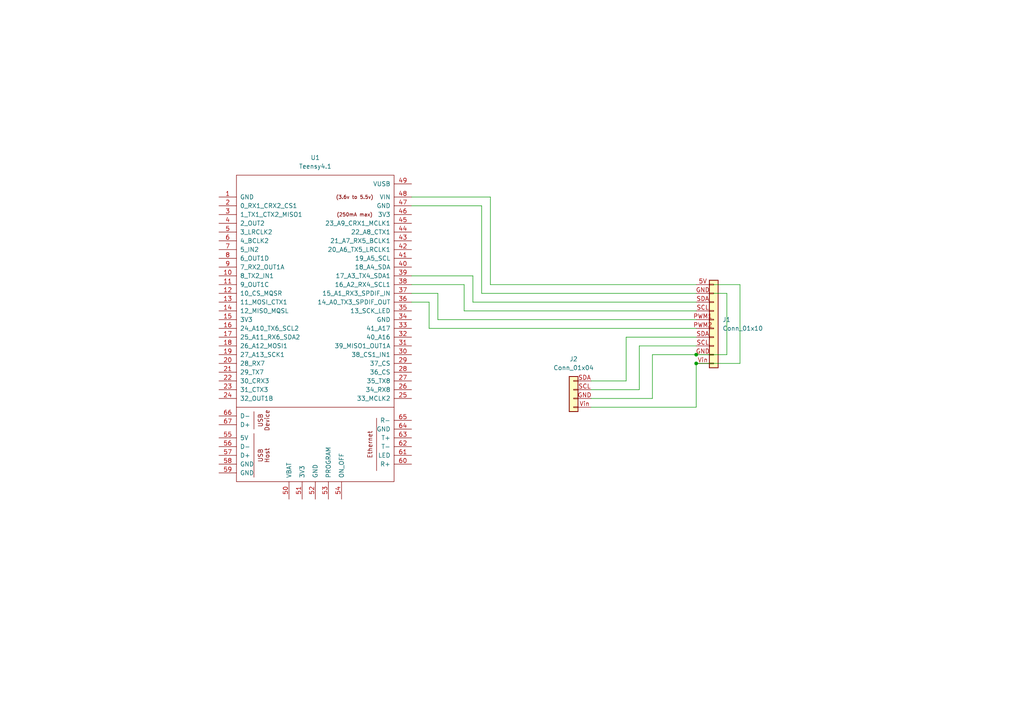
<source format=kicad_sch>
(kicad_sch (version 20250114) (generator "eeschema") (generator_version "9.0")
  (paper "A4")
  (lib_symbols
    (symbol "Connector_Generic:Conn_01x04" (pin_names (offset 1.016) (hide yes))
      (property "Reference" "J2" (at 0 -11.43 0))
      (property "Value" "Conn_01x04" (at 0 -8.89 0))
      (symbol "Conn_01x04_1_1"
        (rectangle (start -1.27 3.81) (end 1.27 -6.35) (stroke (width 0.254)) (fill (type background)))
        (rectangle (start -1.27 2.667) (end 0 2.413) (stroke (width 0.1524)))
        (rectangle (start -1.27 0.127) (end 0 -0.127) (stroke (width 0.1524)))
        (rectangle (start -1.27 -2.413) (end 0 -2.667) (stroke (width 0.1524)))
        (rectangle (start -1.27 -4.953) (end 0 -5.207) (stroke (width 0.1524)))
        (pin passive line (at -5.08 2.54 0) (length 3.81) (name "Pin_1") (number "Vin"))
        (pin passive line (at -5.08 0 0) (length 3.81) (name "Pin_2") (number "GND"))
        (pin passive line (at -5.08 -2.54 0) (length 3.81) (name "Pin_3") (number "SCL"))
        (pin passive line (at -5.08 -5.08 0) (length 3.81) (name "Pin_4") (number "SDA"))
      )
    )
    (symbol "Connector_Generic:Conn_01x10" (pin_names (offset 1.016) (hide yes))
      (property "Reference" "J1" (at 2.54 0.0001 0))
      (property "Value" "Conn_01x10" (at 2.54 -2.5399 0))
      (symbol "Conn_01x10_1_1"
        (rectangle (start -1.27 11.43) (end 1.27 -13.97) (stroke (width 0.254)) (fill (type background)))
        (rectangle (start -1.27 10.287) (end 0 10.033) (stroke (width 0.1524)))
        (rectangle (start -1.27 7.747) (end 0 7.493) (stroke (width 0.1524)))
        (rectangle (start -1.27 5.207) (end 0 4.953) (stroke (width 0.1524)))
        (rectangle (start -1.27 2.667) (end 0 2.413) (stroke (width 0.1524)))
        (rectangle (start -1.27 0.127) (end 0 -0.127) (stroke (width 0.1524)))
        (rectangle (start -1.27 -2.413) (end 0 -2.667) (stroke (width 0.1524)))
        (rectangle (start -1.27 -4.953) (end 0 -5.207) (stroke (width 0.1524)))
        (rectangle (start -1.27 -7.493) (end 0 -7.747) (stroke (width 0.1524)))
        (rectangle (start -1.27 -10.033) (end 0 -10.287) (stroke (width 0.1524)))
        (rectangle (start -1.27 -12.573) (end 0 -12.827) (stroke (width 0.1524)))
        (pin passive line (at -5.08 10.16 0) (length 3.81) (name "Pin_1") (number "5V"))
        (pin passive line (at -5.08 7.62 0) (length 3.81) (name "Pin_2") (number "GND"))
        (pin passive line (at -5.08 5.08 0) (length 3.81) (name "Pin_3") (number "SDA"))
        (pin passive line (at -5.08 2.54 0) (length 3.81) (name "Pin_4") (number "SCL"))
        (pin passive line (at -5.08 0 0) (length 3.81) (name "Pin_5") (number "PWM1"))
        (pin passive line (at -5.08 -2.54 0) (length 3.81) (name "Pin_6") (number "PWM2"))
        (pin passive line (at -5.08 -5.08 0) (length 3.81) (name "Pin_7") (number "SDA"))
        (pin passive line (at -5.08 -7.62 0) (length 3.81) (name "Pin_8") (number "SCL"))
        (pin passive line (at -5.08 -10.16 0) (length 3.81) (name "Pin_9") (number "GND"))
        (pin passive line (at -5.08 -12.7 0) (length 3.81) (name "Pin_10") (number "Vin"))
      )
    )
    (symbol "teensy:Teensy4.1" (pin_names (offset 1.016))
      (property "Reference" "U" (at 0 64.77 0))
      (property "Value" "Teensy4.1" (at 0 62.23 0))
      (symbol "Teensy4.1_0_0"
        (polyline (pts (xy -22.86 -6.35) (xy 22.86 -6.35)))
        (polyline (pts (xy -17.78 -7.62) (xy -17.78 -12.7)))
        (polyline (pts (xy -17.78 -26.67) (xy -17.78 -13.97)))
        (polyline (pts (xy 17.78 -9.525) (xy 17.78 -24.765)))
        (text "USB" (at -15.875 -10.16 900) (effects (font (size 1.27 1.27))))
        (text "USB" (at -15.875 -20.32 900) (effects (font (size 1.27 1.27))))
        (text "Device" (at -13.97 -10.16 900) (effects (font (size 1.27 1.27))))
        (text "Host" (at -13.97 -20.32 900) (effects (font (size 1.27 1.27))))
        (text "(3.6v to 5.5v)" (at 11.43 54.61 0) (effects (font (size 1.016 1.016))))
        (text "(250mA max)" (at 11.43 49.53 0) (effects (font (size 1.016 1.016))))
        (text "Ethernet" (at 15.875 -17.145 900) (effects (font (size 1.27 1.27))))
        (pin bidirectional line (at -27.94 44.45 0) (length 5.08) (name "3_LRCLK2") (number "5"))
        (pin bidirectional line (at -27.94 41.91 0) (length 5.08) (name "4_BCLK2") (number "6"))
        (pin bidirectional line (at -27.94 39.37 0) (length 5.08) (name "5_IN2") (number "7"))
        (pin bidirectional line (at -27.94 36.83 0) (length 5.08) (name "6_OUT1D") (number "8"))
        (pin bidirectional line (at -27.94 34.29 0) (length 5.08) (name "7_RX2_OUT1A") (number "9"))
        (pin bidirectional line (at -27.94 31.75 0) (length 5.08) (name "8_TX2_IN1") (number "10"))
        (pin bidirectional line (at -27.94 29.21 0) (length 5.08) (name "9_OUT1C") (number "11"))
        (pin bidirectional line (at -27.94 26.67 0) (length 5.08) (name "10_CS_MQSR") (number "12"))
        (pin bidirectional line (at -27.94 24.13 0) (length 5.08) (name "11_MOSI_CTX1") (number "13"))
        (pin bidirectional line (at -27.94 21.59 0) (length 5.08) (name "12_MISO_MQSL") (number "14"))
        (pin power_in line (at -27.94 19.05 0) (length 5.08) (name "3V3") (number "15"))
        (pin bidirectional line (at -27.94 16.51 0) (length 5.08) (name "24_A10_TX6_SCL2") (number "16"))
        (pin bidirectional line (at -27.94 13.97 0) (length 5.08) (name "25_A11_RX6_SDA2") (number "17"))
        (pin bidirectional line (at -27.94 11.43 0) (length 5.08) (name "26_A12_MOSI1") (number "18"))
        (pin bidirectional line (at -27.94 8.89 0) (length 5.08) (name "27_A13_SCK1") (number "19"))
        (pin bidirectional line (at -27.94 6.35 0) (length 5.08) (name "28_RX7") (number "20"))
        (pin bidirectional line (at -27.94 3.81 0) (length 5.08) (name "29_TX7") (number "21"))
        (pin bidirectional line (at -27.94 1.27 0) (length 5.08) (name "30_CRX3") (number "22"))
        (pin bidirectional line (at -27.94 -1.27 0) (length 5.08) (name "31_CTX3") (number "23"))
        (pin bidirectional line (at -27.94 -3.81 0) (length 5.08) (name "32_OUT1B") (number "24"))
        (pin bidirectional line (at -27.94 -8.89 0) (length 5.08) (name "D-") (number "66"))
        (pin bidirectional line (at -27.94 -11.43 0) (length 5.08) (name "D+") (number "67"))
        (pin power_out line (at -27.94 -15.24 0) (length 5.08) (name "5V") (number "55"))
        (pin bidirectional line (at -27.94 -17.78 0) (length 5.08) (name "D-") (number "56"))
        (pin bidirectional line (at -27.94 -20.32 0) (length 5.08) (name "D+") (number "57"))
        (pin power_in line (at -27.94 -22.86 0) (length 5.08) (name "GND") (number "58"))
        (pin power_in line (at -27.94 -25.4 0) (length 5.08) (name "GND") (number "59"))
        (pin power_in line (at -7.62 -33.02 90) (length 5.08) (name "VBAT") (number "50"))
        (pin power_in line (at -3.81 -33.02 90) (length 5.08) (name "3V3") (number "51"))
        (pin input line (at 0 -33.02 90) (length 5.08) (name "GND") (number "52"))
        (pin input line (at 3.81 -33.02 90) (length 5.08) (name "PROGRAM") (number "53"))
        (pin input line (at 7.62 -33.02 90) (length 5.08) (name "ON_OFF") (number "54"))
        (pin power_out line (at 27.94 58.42 180) (length 5.08) (name "VUSB") (number "49"))
        (pin power_in line (at 27.94 54.61 180) (length 5.08) (name "VIN") (number "48"))
        (pin output line (at 27.94 52.07 180) (length 5.08) (name "GND") (number "47"))
        (pin output line (at 27.94 49.53 180) (length 5.08) (name "3V3") (number "46"))
        (pin bidirectional line (at 27.94 46.99 180) (length 5.08) (name "23_A9_CRX1_MCLK1") (number "45"))
        (pin bidirectional line (at 27.94 44.45 180) (length 5.08) (name "22_A8_CTX1") (number "44"))
        (pin bidirectional line (at 27.94 41.91 180) (length 5.08) (name "21_A7_RX5_BCLK1") (number "43"))
        (pin bidirectional line (at 27.94 39.37 180) (length 5.08) (name "20_A6_TX5_LRCLK1") (number "42"))
        (pin bidirectional line (at 27.94 36.83 180) (length 5.08) (name "19_A5_SCL") (number "41"))
        (pin bidirectional line (at 27.94 34.29 180) (length 5.08) (name "18_A4_SDA") (number "40"))
        (pin bidirectional line (at 27.94 31.75 180) (length 5.08) (name "17_A3_TX4_SDA1") (number "39"))
        (pin bidirectional line (at 27.94 29.21 180) (length 5.08) (name "16_A2_RX4_SCL1") (number "38"))
        (pin bidirectional line (at 27.94 26.67 180) (length 5.08) (name "15_A1_RX3_SPDIF_IN") (number "37"))
        (pin bidirectional line (at 27.94 24.13 180) (length 5.08) (name "14_A0_TX3_SPDIF_OUT") (number "36"))
        (pin bidirectional line (at 27.94 21.59 180) (length 5.08) (name "13_SCK_LED") (number "35"))
        (pin bidirectional line (at 27.94 16.51 180) (length 5.08) (name "41_A17") (number "33"))
        (pin bidirectional line (at 27.94 13.97 180) (length 5.08) (name "40_A16") (number "32"))
        (pin bidirectional line (at 27.94 11.43 180) (length 5.08) (name "39_MISO1_OUT1A") (number "31"))
        (pin bidirectional line (at 27.94 8.89 180) (length 5.08) (name "38_CS1_IN1") (number "30"))
        (pin bidirectional line (at 27.94 6.35 180) (length 5.08) (name "37_CS") (number "29"))
        (pin bidirectional line (at 27.94 3.81 180) (length 5.08) (name "36_CS") (number "28"))
        (pin bidirectional line (at 27.94 1.27 180) (length 5.08) (name "35_TX8") (number "27"))
        (pin bidirectional line (at 27.94 -1.27 180) (length 5.08) (name "34_RX8") (number "26"))
        (pin bidirectional line (at 27.94 -3.81 180) (length 5.08) (name "33_MCLK2") (number "25"))
        (pin bidirectional line (at 27.94 -10.16 180) (length 5.08) (name "R-") (number "65"))
        (pin power_in line (at 27.94 -12.7 180) (length 5.08) (name "GND") (number "64"))
        (pin bidirectional line (at 27.94 -15.24 180) (length 5.08) (name "T+") (number "63"))
        (pin bidirectional line (at 27.94 -17.78 180) (length 5.08) (name "T-") (number "62"))
        (pin bidirectional line (at 27.94 -20.32 180) (length 5.08) (name "LED") (number "61"))
        (pin bidirectional line (at 27.94 -22.86 180) (length 5.08) (name "R+") (number "60"))
      )
      (symbol "Teensy4.1_0_1"
        (rectangle (start -22.86 60.96) (end 22.86 -27.94))
        (rectangle (start -20.32 -1.27) (end -20.32 -1.27))
      )
      (symbol "Teensy4.1_1_1"
        (pin power_in line (at -27.94 54.61 0) (length 5.08) (name "GND") (number "1"))
        (pin bidirectional line (at -27.94 52.07 0) (length 5.08) (name "0_RX1_CRX2_CS1") (number "2"))
        (pin bidirectional line (at -27.94 49.53 0) (length 5.08) (name "1_TX1_CTX2_MISO1") (number "3"))
        (pin bidirectional line (at -27.94 46.99 0) (length 5.08) (name "2_OUT2") (number "4"))
        (pin power_in line (at 27.94 19.05 180) (length 5.08) (name "GND") (number "34"))
      )
    )
  )
  (junction (at 201.93 102.87))
  (junction (at 201.93 105.41))
  (wire (pts (xy 201.93 85.09) (xy 139.7 85.09)))
  (wire (pts (xy 127 85.09) (xy 127 92.71)))
  (wire (pts (xy 201.93 118.11) (xy 171.45 118.11)))
  (wire (pts (xy 142.24 82.55) (xy 142.24 57.15)))
  (wire (pts (xy 124.46 87.63) (xy 124.46 95.25)))
  (wire (pts (xy 139.7 85.09) (xy 139.7 59.69)))
  (wire (pts (xy 139.7 59.69) (xy 119.38 59.69)))
  (wire (pts (xy 201.93 105.41) (xy 214.63 105.41)))
  (wire (pts (xy 127 92.71) (xy 201.93 92.71)))
  (wire (pts (xy 137.16 87.63) (xy 201.93 87.63)))
  (wire (pts (xy 119.38 80.01) (xy 137.16 80.01)))
  (wire (pts (xy 214.63 82.55) (xy 214.63 105.41)))
  (wire (pts (xy 207.01 85.09) (xy 210.82 85.09)))
  (wire (pts (xy 181.61 97.79) (xy 201.93 97.79)))
  (wire (pts (xy 201.93 82.55) (xy 142.24 82.55)))
  (wire (pts (xy 201.93 102.87) (xy 210.82 102.87)))
  (wire (pts (xy 201.93 100.33) (xy 185.42 100.33)))
  (wire (pts (xy 119.38 82.55) (xy 134.62 82.55)))
  (wire (pts (xy 137.16 80.01) (xy 137.16 87.63)))
  (wire (pts (xy 124.46 95.25) (xy 201.93 95.25)))
  (wire (pts (xy 124.46 87.63) (xy 119.38 87.63)))
  (wire (pts (xy 134.62 82.55) (xy 134.62 90.17)))
  (wire (pts (xy 201.93 105.41) (xy 201.93 118.11)))
  (wire (pts (xy 181.61 110.49) (xy 171.45 110.49)))
  (wire (pts (xy 207.01 82.55) (xy 214.63 82.55)))
  (wire (pts (xy 185.42 100.33) (xy 185.42 113.03)))
  (wire (pts (xy 142.24 57.15) (xy 119.38 57.15)))
  (wire (pts (xy 185.42 113.03) (xy 171.45 113.03)))
  (wire (pts (xy 189.23 102.87) (xy 189.23 115.57)))
  (wire (pts (xy 134.62 90.17) (xy 201.93 90.17)))
  (wire (pts (xy 201.93 102.87) (xy 189.23 102.87)))
  (wire (pts (xy 210.82 85.09) (xy 210.82 102.87)))
  (wire (pts (xy 127 85.09) (xy 119.38 85.09)))
  (wire (pts (xy 189.23 115.57) (xy 171.45 115.57)))
  (wire (pts (xy 181.61 97.79) (xy 181.61 110.49)))
  (symbol (lib_id "Connector_Generic:Conn_01x10") (at 207.01 92.71 0) (unit 1)
    (property "Reference" "J1" (at 209.55 92.7099 0) (effects (justify left)))
    (property "Value" "Conn_01x10" (at 209.55 95.2499 0) (effects (justify left)))
    (property "Description" "Generic connector, single row, 01x10, script generated (kicad-library-utils/schlib/autogen/connector/)" (effects (hide yes)))
  )
  (symbol (lib_id "teensy:Teensy4.1") (at 91.44 111.76 0) (unit 1)
    (property "Reference" "U1" (at 91.44 45.72 0))
    (property "Value" "Teensy4.1" (at 91.44 48.26 0))
    (property "Footprint" "teensy:Teensy41" (effects (hide yes)))
  )
  (symbol (lib_id "Connector_Generic:Conn_01x04") (at 166.37 115.57 180) (unit 1)
    (property "Reference" "J2" (at 166.37 104.14 0))
    (property "Value" "Conn_01x04" (at 166.37 106.68 0))
    (property "Description" "Generic connector, single row, 01x04, script generated (kicad-library-utils/schlib/autogen/connector/)" (effects (hide yes)))
  )
)
</source>
